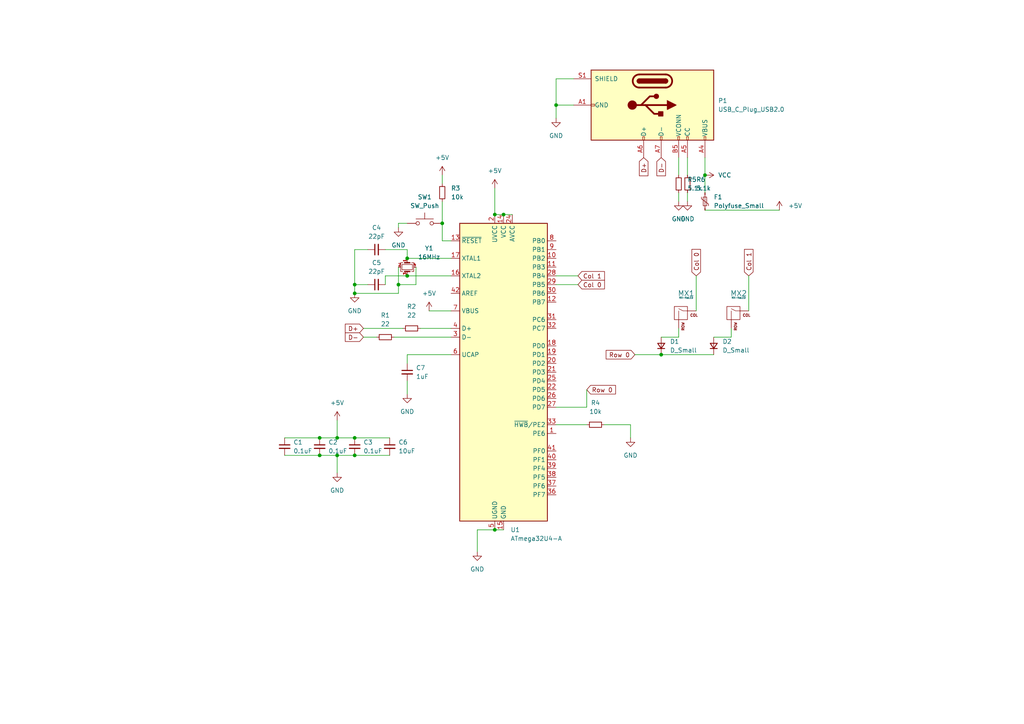
<source format=kicad_sch>
(kicad_sch (version 20211123) (generator eeschema)
  (paper "A4")
  (lib_symbols
    (symbol "Connector:USB_C_Plug_USB2.0" (pin_names (offset 1.016))
      (property "Reference" "P" (at -10.16 19.05 0))
      (property "Value" "USB_C_Plug_USB2.0" (at 12.7 19.05 0))
      (symbol "USB_C_Plug_USB2.0_0_0"
        (rectangle (start -0.254 -17.78) (end 0.254 -16.764))
        (rectangle (start 10.16 -2.286) (end 9.144 -2.794))
        (rectangle (start 10.16 2.794) (end 9.144 2.286))
        (rectangle (start 10.16 7.874) (end 9.144 7.366))
        (rectangle (start 10.16 10.414) (end 9.144 9.906))
        (rectangle (start 10.16 15.494) (end 9.144 14.986))
      )
      (symbol "USB_C_Plug_USB2.0_0_1"
        (rectangle (start -10.16 17.78) (end 10.16 -17.78) (stroke (width 0.254)) (fill (type background)))
        (arc (start -8.89 -3.81) (mid -6.985 -5.715) (end -5.08 -3.81) (stroke (width 0.508)))
        (arc (start -7.62 -3.81) (mid -6.985 -4.445) (end -6.35 -3.81) (stroke (width 0.254)))
        (arc (start -7.62 -3.81) (mid -6.985 -4.445) (end -6.35 -3.81) (stroke (width 0.254)) (fill (type outline)))
        (rectangle (start -7.62 -3.81) (end -6.35 3.81) (stroke (width 0.254)) (fill (type outline)))
        (arc (start -6.35 3.81) (mid -6.985 4.445) (end -7.62 3.81) (stroke (width 0.254)))
        (arc (start -6.35 3.81) (mid -6.985 4.445) (end -7.62 3.81) (stroke (width 0.254)) (fill (type outline)))
        (arc (start -5.08 3.81) (mid -6.985 5.715) (end -8.89 3.81) (stroke (width 0.508)))
        (circle (center -2.54 1.143) (radius 0.635) (stroke (width 0.254)) (fill (type outline)))
        (circle (center 0 -5.842) (radius 1.27) (fill (type outline)))
        (polyline (pts (xy -8.89 -3.81) (xy -8.89 3.81)) (stroke (width 0.508)))
        (polyline (pts (xy -5.08 3.81) (xy -5.08 -3.81)) (stroke (width 0.508)))
        (polyline (pts (xy 0 -5.842) (xy 0 4.318)) (stroke (width 0.508)))
        (polyline (pts (xy 0 -3.302) (xy -2.54 -0.762) (xy -2.54 0.508)) (stroke (width 0.508)))
        (polyline (pts (xy 0 -2.032) (xy 2.54 0.508) (xy 2.54 1.778)) (stroke (width 0.508)))
        (polyline (pts (xy -1.27 4.318) (xy 0 6.858) (xy 1.27 4.318) (xy -1.27 4.318)) (stroke (width 0.254)) (fill (type outline)))
        (rectangle (start 1.905 1.778) (end 3.175 3.048) (stroke (width 0.254)) (fill (type outline)))
      )
      (symbol "USB_C_Plug_USB2.0_1_1"
        (pin passive line (at 0 -22.86 90) (length 5.08) (name "GND") (number "A1"))
        (pin passive line (at 0 -22.86 90) (length 5.08) hide (name "GND") (number "A12"))
        (pin passive line (at 15.24 15.24 180) (length 5.08) (name "VBUS") (number "A4"))
        (pin bidirectional line (at 15.24 10.16 180) (length 5.08) (name "CC") (number "A5"))
        (pin bidirectional line (at 15.24 -2.54 180) (length 5.08) (name "D+") (number "A6"))
        (pin bidirectional line (at 15.24 2.54 180) (length 5.08) (name "D-") (number "A7"))
        (pin passive line (at 15.24 15.24 180) (length 5.08) hide (name "VBUS") (number "A9"))
        (pin passive line (at 0 -22.86 90) (length 5.08) hide (name "GND") (number "B1"))
        (pin passive line (at 0 -22.86 90) (length 5.08) hide (name "GND") (number "B12"))
        (pin passive line (at 15.24 15.24 180) (length 5.08) hide (name "VBUS") (number "B4"))
        (pin bidirectional line (at 15.24 7.62 180) (length 5.08) (name "VCONN") (number "B5"))
        (pin passive line (at 15.24 15.24 180) (length 5.08) hide (name "VBUS") (number "B9"))
        (pin passive line (at -7.62 -22.86 90) (length 5.08) (name "SHIELD") (number "S1"))
      )
    )
    (symbol "Device:C_Small" (pin_numbers hide) (pin_names (offset 0.254) hide)
      (property "Reference" "C" (at 0.254 1.778 0))
      (property "Value" "C_Small" (at 0.254 -2.032 0))
      (symbol "C_Small_0_1"
        (polyline (pts (xy -1.524 -0.508) (xy 1.524 -0.508)) (stroke (width 0.3302)))
        (polyline (pts (xy -1.524 0.508) (xy 1.524 0.508)) (stroke (width 0.3048)))
      )
      (symbol "C_Small_1_1"
        (pin passive line (at 0 2.54 270) (length 2.032) (name "~") (number "1"))
        (pin passive line (at 0 -2.54 90) (length 2.032) (name "~") (number "2"))
      )
    )
    (symbol "Device:Crystal_GND24_Small" (pin_names (offset 1.016) hide)
      (property "Reference" "Y" (at 1.27 4.445 0))
      (property "Value" "Crystal_GND24_Small" (at 1.27 2.54 0))
      (symbol "Crystal_GND24_Small_0_1"
        (rectangle (start -0.762 -1.524) (end 0.762 1.524))
        (polyline (pts (xy -1.27 -0.762) (xy -1.27 0.762)) (stroke (width 0.381)))
        (polyline (pts (xy 1.27 -0.762) (xy 1.27 0.762)) (stroke (width 0.381)))
        (polyline (pts (xy -1.27 -1.27) (xy -1.27 -1.905) (xy 1.27 -1.905) (xy 1.27 -1.27)))
        (polyline (pts (xy -1.27 1.27) (xy -1.27 1.905) (xy 1.27 1.905) (xy 1.27 1.27)))
      )
      (symbol "Crystal_GND24_Small_1_1"
        (pin passive line (at -2.54 0 0) (length 1.27) (name "1") (number "1"))
        (pin passive line (at 0 -2.54 90) (length 0.635) (name "2") (number "2"))
        (pin passive line (at 2.54 0 180) (length 1.27) (name "3") (number "3"))
        (pin passive line (at 0 2.54 270) (length 0.635) (name "4") (number "4"))
      )
    )
    (symbol "Device:D_Small" (pin_numbers hide) (pin_names (offset 0.254) hide)
      (property "Reference" "D" (at -1.27 2.032 0))
      (property "Value" "D_Small" (at -3.81 -2.032 0))
      (symbol "D_Small_0_1"
        (polyline (pts (xy -0.762 -1.016) (xy -0.762 1.016)) (stroke (width 0.254)))
        (polyline (pts (xy -0.762 0) (xy 0.762 0)))
        (polyline (pts (xy 0.762 -1.016) (xy -0.762 0) (xy 0.762 1.016) (xy 0.762 -1.016)) (stroke (width 0.254)))
      )
      (symbol "D_Small_1_1"
        (pin passive line (at -2.54 0 0) (length 1.778) (name "K") (number "1"))
        (pin passive line (at 2.54 0 180) (length 1.778) (name "A") (number "2"))
      )
    )
    (symbol "Device:Polyfuse_Small" (pin_numbers hide) (pin_names (offset 0))
      (property "Reference" "F" (at -1.905 0 90))
      (property "Value" "Polyfuse_Small" (at 1.905 0 90))
      (symbol "Polyfuse_Small_0_1"
        (rectangle (start -0.508 1.27) (end 0.508 -1.27))
        (polyline (pts (xy 0 2.54) (xy 0 -2.54)))
        (polyline (pts (xy -1.016 1.27) (xy -1.016 0.762) (xy 1.016 -0.762) (xy 1.016 -1.27)))
      )
      (symbol "Polyfuse_Small_1_1"
        (pin passive line (at 0 2.54 270) (length 0.635) (name "~") (number "1"))
        (pin passive line (at 0 -2.54 90) (length 0.635) (name "~") (number "2"))
      )
    )
    (symbol "Device:R_Small" (pin_numbers hide) (pin_names (offset 0.254) hide)
      (property "Reference" "R" (at 0.762 0.508 0))
      (property "Value" "R_Small" (at 0.762 -1.016 0))
      (symbol "R_Small_0_1"
        (rectangle (start -0.762 1.778) (end 0.762 -1.778) (stroke (width 0.2032)))
      )
      (symbol "R_Small_1_1"
        (pin passive line (at 0 2.54 270) (length 0.762) (name "~") (number "1"))
        (pin passive line (at 0 -2.54 90) (length 0.762) (name "~") (number "2"))
      )
    )
    (symbol "MCU_Microchip_ATmega:ATmega32U4-A"
      (property "Reference" "U" (at -12.7 44.45 0))
      (property "Value" "ATmega32U4-A" (at 2.54 -44.45 0))
      (symbol "ATmega32U4-A_0_1"
        (rectangle (start -12.7 -43.18) (end 12.7 43.18) (stroke (width 0.254)) (fill (type background)))
      )
      (symbol "ATmega32U4-A_1_1"
        (pin bidirectional line (at 15.24 -17.78 180) (length 2.54) (name "PE6") (number "1"))
        (pin bidirectional line (at 15.24 33.02 180) (length 2.54) (name "PB2") (number "10"))
        (pin bidirectional line (at 15.24 30.48 180) (length 2.54) (name "PB3") (number "11"))
        (pin bidirectional line (at 15.24 20.32 180) (length 2.54) (name "PB7") (number "12"))
        (pin input line (at -15.24 38.1 0) (length 2.54) (name "~{RESET}") (number "13"))
        (pin power_in line (at 0 45.72 270) (length 2.54) (name "VCC") (number "14"))
        (pin power_in line (at 0 -45.72 90) (length 2.54) (name "GND") (number "15"))
        (pin output line (at -15.24 27.94 0) (length 2.54) (name "XTAL2") (number "16"))
        (pin input line (at -15.24 33.02 0) (length 2.54) (name "XTAL1") (number "17"))
        (pin bidirectional line (at 15.24 7.62 180) (length 2.54) (name "PD0") (number "18"))
        (pin bidirectional line (at 15.24 5.08 180) (length 2.54) (name "PD1") (number "19"))
        (pin power_in line (at -2.54 45.72 270) (length 2.54) (name "UVCC") (number "2"))
        (pin bidirectional line (at 15.24 2.54 180) (length 2.54) (name "PD2") (number "20"))
        (pin bidirectional line (at 15.24 0 180) (length 2.54) (name "PD3") (number "21"))
        (pin bidirectional line (at 15.24 -5.08 180) (length 2.54) (name "PD5") (number "22"))
        (pin passive line (at 0 -45.72 90) (length 2.54) hide (name "GND") (number "23"))
        (pin power_in line (at 2.54 45.72 270) (length 2.54) (name "AVCC") (number "24"))
        (pin bidirectional line (at 15.24 -2.54 180) (length 2.54) (name "PD4") (number "25"))
        (pin bidirectional line (at 15.24 -7.62 180) (length 2.54) (name "PD6") (number "26"))
        (pin bidirectional line (at 15.24 -10.16 180) (length 2.54) (name "PD7") (number "27"))
        (pin bidirectional line (at 15.24 27.94 180) (length 2.54) (name "PB4") (number "28"))
        (pin bidirectional line (at 15.24 25.4 180) (length 2.54) (name "PB5") (number "29"))
        (pin bidirectional line (at -15.24 10.16 0) (length 2.54) (name "D-") (number "3"))
        (pin bidirectional line (at 15.24 22.86 180) (length 2.54) (name "PB6") (number "30"))
        (pin bidirectional line (at 15.24 15.24 180) (length 2.54) (name "PC6") (number "31"))
        (pin bidirectional line (at 15.24 12.7 180) (length 2.54) (name "PC7") (number "32"))
        (pin bidirectional line (at 15.24 -15.24 180) (length 2.54) (name "~{HWB}/PE2") (number "33"))
        (pin passive line (at 0 45.72 270) (length 2.54) hide (name "VCC") (number "34"))
        (pin passive line (at 0 -45.72 90) (length 2.54) hide (name "GND") (number "35"))
        (pin bidirectional line (at 15.24 -35.56 180) (length 2.54) (name "PF7") (number "36"))
        (pin bidirectional line (at 15.24 -33.02 180) (length 2.54) (name "PF6") (number "37"))
        (pin bidirectional line (at 15.24 -30.48 180) (length 2.54) (name "PF5") (number "38"))
        (pin bidirectional line (at 15.24 -27.94 180) (length 2.54) (name "PF4") (number "39"))
        (pin bidirectional line (at -15.24 12.7 0) (length 2.54) (name "D+") (number "4"))
        (pin bidirectional line (at 15.24 -25.4 180) (length 2.54) (name "PF1") (number "40"))
        (pin bidirectional line (at 15.24 -22.86 180) (length 2.54) (name "PF0") (number "41"))
        (pin passive line (at -15.24 22.86 0) (length 2.54) (name "AREF") (number "42"))
        (pin passive line (at 0 -45.72 90) (length 2.54) hide (name "GND") (number "43"))
        (pin passive line (at 2.54 45.72 270) (length 2.54) hide (name "AVCC") (number "44"))
        (pin passive line (at -2.54 -45.72 90) (length 2.54) (name "UGND") (number "5"))
        (pin passive line (at -15.24 5.08 0) (length 2.54) (name "UCAP") (number "6"))
        (pin input line (at -15.24 17.78 0) (length 2.54) (name "VBUS") (number "7"))
        (pin bidirectional line (at 15.24 38.1 180) (length 2.54) (name "PB0") (number "8"))
        (pin bidirectional line (at 15.24 35.56 180) (length 2.54) (name "PB1") (number "9"))
      )
    )
    (symbol "MX_Alps_Hybrid:MX-NoLED" (pin_names (offset 1.016))
      (property "Reference" "MX" (at -0.635 3.81 0))
      (property "Value" "MX-NoLED" (at -0.635 1.27 0))
      (symbol "MX-NoLED_0_0"
        (rectangle (start -2.54 2.54) (end 1.27 -1.27))
        (polyline (pts (xy -1.27 -1.27) (xy -1.27 1.27)) (stroke (width 0.127)))
        (polyline (pts (xy 1.27 1.27) (xy 0 1.27) (xy -1.27 1.905)) (stroke (width 0.127)))
        (text "COL" (at 3.175 0 0) (effects (font (size 0.762 0.762))))
        (text "ROW" (at 0 -1.905 900) (effects (font (size 0.762 0.762)) (justify right)))
      )
      (symbol "MX-NoLED_1_1"
        (pin passive line (at 3.81 1.27 180) (length 2.54) (name "COL") (number "1"))
        (pin passive line (at -1.27 -3.81 90) (length 2.54) (name "ROW") (number "2"))
      )
    )
    (symbol "Switch:SW_Push" (pin_numbers hide) (pin_names (offset 1.016) hide)
      (property "Reference" "SW" (at 1.27 2.54 0))
      (property "Value" "SW_Push" (at 0 -1.524 0))
      (symbol "SW_Push_0_1"
        (circle (center -2.032 0) (radius 0.508))
        (polyline (pts (xy 0 1.27) (xy 0 3.048)))
        (polyline (pts (xy 2.54 1.27) (xy -2.54 1.27)))
        (circle (center 2.032 0) (radius 0.508))
        (pin passive line (at -5.08 0 0) (length 2.54) (name "1") (number "1"))
        (pin passive line (at 5.08 0 180) (length 2.54) (name "2") (number "2"))
      )
    )
    (symbol "power:+5V" (power) (pin_names (offset 0))
      (property "Value" "+5V" (at 0 3.556 0))
      (symbol "+5V_0_1"
        (polyline (pts (xy -0.762 1.27) (xy 0 2.54)))
        (polyline (pts (xy 0 0) (xy 0 2.54)))
        (polyline (pts (xy 0 2.54) (xy 0.762 1.27)))
      )
      (symbol "+5V_1_1"
        (pin power_in line (at 0 0 90) (length 0) hide (name "+5V") (number "1"))
      )
    )
    (symbol "power:GND" (power) (pin_names (offset 0))
      (property "Value" "GND" (at 0 -3.81 0))
      (symbol "GND_0_1"
        (polyline (pts (xy 0 0) (xy 0 -1.27) (xy 1.27 -1.27) (xy 0 -2.54) (xy -1.27 -1.27) (xy 0 -1.27)))
      )
      (symbol "GND_1_1"
        (pin power_in line (at 0 0 270) (length 0) hide (name "GND") (number "1"))
      )
    )
    (symbol "power:VCC" (power) (pin_names (offset 0))
      (property "Value" "VCC" (at 0 3.81 0))
      (symbol "VCC_0_1"
        (polyline (pts (xy -0.762 1.27) (xy 0 2.54)))
        (polyline (pts (xy 0 0) (xy 0 2.54)))
        (polyline (pts (xy 0 2.54) (xy 0.762 1.27)))
      )
      (symbol "VCC_1_1"
        (pin power_in line (at 0 0 90) (length 0) hide (name "VCC") (number "1"))
      )
    )
  )
  (junction (at 118.11 80.01))
  (junction (at 92.71 127))
  (junction (at 128.27 64.77))
  (junction (at 102.87 85.09))
  (junction (at 92.71 132.08))
  (junction (at 143.51 62.23))
  (junction (at 191.77 102.87))
  (junction (at 115.57 82.55))
  (junction (at 204.47 50.8))
  (junction (at 102.87 132.08))
  (junction (at 161.29 30.48))
  (junction (at 97.79 132.08))
  (junction (at 118.11 74.93))
  (junction (at 102.87 127))
  (junction (at 97.79 127))
  (junction (at 143.51 153.67))
  (junction (at 146.05 62.23))
  (junction (at 102.87 82.55))
  (wire (pts (xy 97.79 121.92) (xy 97.79 127)))
  (wire (pts (xy 115.57 85.09) (xy 115.57 82.55)))
  (wire (pts (xy 115.57 66.04) (xy 115.57 64.77)))
  (wire (pts (xy 118.11 74.93) (xy 118.11 72.39)))
  (wire (pts (xy 184.15 102.87) (xy 191.77 102.87)))
  (wire (pts (xy 121.92 95.25) (xy 130.81 95.25)))
  (wire (pts (xy 97.79 132.08) (xy 97.79 137.16)))
  (wire (pts (xy 130.81 102.87) (xy 118.11 102.87)))
  (wire (pts (xy 128.27 69.85) (xy 128.27 64.77)))
  (wire (pts (xy 97.79 132.08) (xy 102.87 132.08)))
  (wire (pts (xy 97.79 127) (xy 102.87 127)))
  (wire (pts (xy 207.01 97.79) (xy 212.09 97.79)))
  (wire (pts (xy 111.76 80.01) (xy 118.11 80.01)))
  (wire (pts (xy 111.76 82.55) (xy 111.76 80.01)))
  (wire (pts (xy 191.77 97.79) (xy 196.85 97.79)))
  (wire (pts (xy 204.47 60.96) (xy 226.06 60.96)))
  (wire (pts (xy 166.37 22.86) (xy 161.29 22.86)))
  (wire (pts (xy 102.87 82.55) (xy 102.87 85.09)))
  (wire (pts (xy 196.85 55.88) (xy 196.85 58.42)))
  (wire (pts (xy 143.51 62.23) (xy 146.05 62.23)))
  (wire (pts (xy 204.47 50.8) (xy 204.47 55.88)))
  (wire (pts (xy 199.39 55.88) (xy 199.39 58.42)))
  (wire (pts (xy 170.18 113.03) (xy 170.18 118.11)))
  (wire (pts (xy 143.51 153.67) (xy 138.43 153.67)))
  (wire (pts (xy 161.29 82.55) (xy 167.64 82.55)))
  (wire (pts (xy 105.41 95.25) (xy 116.84 95.25)))
  (wire (pts (xy 217.17 80.01) (xy 217.17 90.17)))
  (wire (pts (xy 138.43 153.67) (xy 138.43 160.02)))
  (wire (pts (xy 118.11 72.39) (xy 111.76 72.39)))
  (wire (pts (xy 102.87 132.08) (xy 113.03 132.08)))
  (wire (pts (xy 161.29 34.29) (xy 161.29 30.48)))
  (wire (pts (xy 143.51 153.67) (xy 146.05 153.67)))
  (wire (pts (xy 212.09 97.79) (xy 212.09 95.25)))
  (wire (pts (xy 161.29 123.19) (xy 170.18 123.19)))
  (wire (pts (xy 161.29 80.01) (xy 167.64 80.01)))
  (wire (pts (xy 105.41 97.79) (xy 109.22 97.79)))
  (wire (pts (xy 118.11 102.87) (xy 118.11 105.41)))
  (wire (pts (xy 143.51 54.61) (xy 143.51 62.23)))
  (wire (pts (xy 196.85 97.79) (xy 196.85 95.25)))
  (wire (pts (xy 128.27 58.42) (xy 128.27 64.77)))
  (wire (pts (xy 118.11 74.93) (xy 130.81 74.93)))
  (wire (pts (xy 118.11 80.01) (xy 130.81 80.01)))
  (wire (pts (xy 106.68 72.39) (xy 102.87 72.39)))
  (wire (pts (xy 130.81 69.85) (xy 128.27 69.85)))
  (wire (pts (xy 196.85 45.72) (xy 196.85 50.8)))
  (wire (pts (xy 92.71 127) (xy 97.79 127)))
  (wire (pts (xy 102.87 127) (xy 113.03 127)))
  (wire (pts (xy 82.55 127) (xy 92.71 127)))
  (wire (pts (xy 170.18 118.11) (xy 161.29 118.11)))
  (wire (pts (xy 114.3 97.79) (xy 130.81 97.79)))
  (wire (pts (xy 102.87 85.09) (xy 115.57 85.09)))
  (wire (pts (xy 128.27 50.8) (xy 128.27 53.34)))
  (wire (pts (xy 161.29 22.86) (xy 161.29 30.48)))
  (wire (pts (xy 115.57 64.77) (xy 118.11 64.77)))
  (wire (pts (xy 120.65 77.47) (xy 120.65 82.55)))
  (wire (pts (xy 102.87 82.55) (xy 106.68 82.55)))
  (wire (pts (xy 118.11 110.49) (xy 118.11 114.3)))
  (wire (pts (xy 191.77 102.87) (xy 207.01 102.87)))
  (wire (pts (xy 124.46 90.17) (xy 130.81 90.17)))
  (wire (pts (xy 146.05 62.23) (xy 148.59 62.23)))
  (wire (pts (xy 82.55 132.08) (xy 92.71 132.08)))
  (wire (pts (xy 199.39 45.72) (xy 199.39 50.8)))
  (wire (pts (xy 115.57 82.55) (xy 115.57 77.47)))
  (wire (pts (xy 204.47 45.72) (xy 204.47 50.8)))
  (wire (pts (xy 102.87 72.39) (xy 102.87 82.55)))
  (wire (pts (xy 92.71 132.08) (xy 97.79 132.08)))
  (wire (pts (xy 161.29 30.48) (xy 166.37 30.48)))
  (wire (pts (xy 182.88 123.19) (xy 182.88 127)))
  (wire (pts (xy 120.65 82.55) (xy 115.57 82.55)))
  (wire (pts (xy 175.26 123.19) (xy 182.88 123.19)))
  (wire (pts (xy 201.93 80.01) (xy 201.93 90.17)))
  (global_label "D+" (shape input) (at 186.69 45.72 270) (property "Intersheet References" "${INTERSHEET_REFS}" (effects hide)))
  (global_label "D-" (shape input) (at 191.77 45.72 270) (property "Intersheet References" "${INTERSHEET_REFS}" (effects hide)))
  (global_label "Col 1" (shape input) (at 217.17 80.01 90) (property "Intersheet References" "${INTERSHEET_REFS}" (effects hide)))
  (global_label "Col 0" (shape input) (at 167.64 82.55 0) (property "Intersheet References" "${INTERSHEET_REFS}" (effects hide)))
  (global_label "D+" (shape input) (at 105.41 95.25 180) (property "Intersheet References" "${INTERSHEET_REFS}" (effects hide)))
  (global_label "Col 0" (shape input) (at 201.93 80.01 90) (property "Intersheet References" "${INTERSHEET_REFS}" (effects hide)))
  (global_label "Col 1" (shape input) (at 167.64 80.01 0) (property "Intersheet References" "${INTERSHEET_REFS}" (effects hide)))
  (global_label "Row 0" (shape input) (at 170.18 113.03 0) (property "Intersheet References" "${INTERSHEET_REFS}" (effects hide)))
  (global_label "D-" (shape input) (at 105.41 97.79 180) (property "Intersheet References" "${INTERSHEET_REFS}" (effects hide)))
  (global_label "Row 0" (shape input) (at 184.15 102.87 180) (property "Intersheet References" "${INTERSHEET_REFS}" (effects hide)))
  (symbol (lib_id "power:+5V") (at 226.06 60.96 0) (unit 1)
    (property "Reference" "#PWR0113" (effects hide))
    (property "Value" "+5V" (at 228.6 59.6899 0) (effects (justify left)))
  )
  (symbol (lib_id "Device:R_Small") (at 111.76 97.79 90) (unit 1)
    (property "Reference" "R1" (at 111.76 91.44 90))
    (property "Value" "22" (at 111.76 93.98 90))
    (property "Footprint" "Resistor_SMD:R_0805_2012Metric" (effects hide))
  )
  (symbol (lib_id "Device:C_Small") (at 109.22 72.39 90) (unit 1)
    (property "Reference" "C4" (at 109.2263 66.04 90))
    (property "Value" "22pF" (at 109.2263 68.58 90))
    (property "Footprint" "Capacitor_SMD:C_0805_2012Metric" (effects hide))
  )
  (symbol (lib_id "Device:C_Small") (at 102.87 129.54 0) (unit 1)
    (property "Reference" "C3" (at 105.41 128.2762 0) (effects (justify left)))
    (property "Value" "0.1uF" (at 105.41 130.8162 0) (effects (justify left)))
    (property "Footprint" "Capacitor_SMD:C_0805_2012Metric" (effects hide))
  )
  (symbol (lib_id "MCU_Microchip_ATmega:ATmega32U4-A") (at 146.05 107.95 0) (unit 1)
    (property "Reference" "U1" (at 148.0694 153.67 0) (effects (justify left)))
    (property "Value" "ATmega32U4-A" (at 148.0694 156.21 0) (effects (justify left)))
    (property "Footprint" "Package_QFP:TQFP-44_10x10mm_P0.8mm" (effects hide))
    (property "Datasheet" "http://ww1.microchip.com/downloads/en/DeviceDoc/Atmel-7766-8-bit-AVR-ATmega16U4-32U4_Datasheet.pdf" (effects hide))
  )
  (symbol (lib_id "Device:R_Small") (at 128.27 55.88 0) (unit 1)
    (property "Reference" "R3" (at 130.81 54.6099 0) (effects (justify left)))
    (property "Value" "10k" (at 130.81 57.1499 0) (effects (justify left)))
    (property "Footprint" "Resistor_SMD:R_0805_2012Metric" (effects hide))
  )
  (symbol (lib_id "power:+5V") (at 124.46 90.17 0) (unit 1)
    (property "Reference" "#PWR0108" (effects hide))
    (property "Value" "+5V" (at 124.46 85.09 0))
  )
  (symbol (lib_id "Device:R_Small") (at 199.39 53.34 0) (unit 1)
    (property "Reference" "R6" (at 201.93 52.0699 0) (effects (justify left)))
    (property "Value" "5.1k" (at 201.93 54.6099 0) (effects (justify left)))
    (property "Footprint" "Resistor_SMD:R_0805_2012Metric" (effects hide))
  )
  (symbol (lib_id "Device:Polyfuse_Small") (at 204.47 58.42 0) (unit 1)
    (property "Reference" "F1" (at 207.01 57.1499 0) (effects (justify left)))
    (property "Value" "Polyfuse_Small" (at 207.01 59.6899 0) (effects (justify left)))
    (property "Footprint" "Fuse:Fuse_1206_3216Metric" (effects hide))
  )
  (symbol (lib_id "power:+5V") (at 128.27 50.8 0) (unit 1)
    (property "Reference" "#PWR0102" (effects hide))
    (property "Value" "+5V" (at 128.27 45.72 0))
  )
  (symbol (lib_id "Switch:SW_Push") (at 123.19 64.77 0) (unit 1)
    (property "Reference" "SW1" (at 123.19 57.15 0))
    (property "Value" "SW_Push" (at 123.19 59.69 0))
    (property "Footprint" "random-keyboard-parts:SKQG-1155865" (effects hide))
  )
  (symbol (lib_id "Device:C_Small") (at 113.03 129.54 0) (unit 1)
    (property "Reference" "C6" (at 115.57 128.2762 0) (effects (justify left)))
    (property "Value" "10uF" (at 115.57 130.8162 0) (effects (justify left)))
    (property "Footprint" "Capacitor_SMD:C_0805_2012Metric" (effects hide))
  )
  (symbol (lib_id "power:GND") (at 118.11 114.3 0) (unit 1)
    (property "Reference" "#PWR0106" (effects hide))
    (property "Value" "GND" (at 118.11 119.38 0))
  )
  (symbol (lib_id "power:+5V") (at 143.51 54.61 0) (unit 1)
    (property "Reference" "#PWR0110" (effects hide))
    (property "Value" "+5V" (at 143.51 49.53 0))
  )
  (symbol (lib_id "power:GND") (at 199.39 58.42 0) (unit 1)
    (property "Reference" "#PWR0115" (effects hide))
    (property "Value" "GND" (at 199.39 63.5 0))
  )
  (symbol (lib_id "MX_Alps_Hybrid:MX-NoLED") (at 198.12 91.44 0) (unit 1)
    (property "Reference" "MX1" (at 199.0056 85.09 0) (effects (font (size 1.524 1.524))))
    (property "Value" "MX-NoLED" (at 199.0056 86.36 0) (effects (font (size 0.508 0.508))))
    (property "Footprint" "MX_Only:MXOnly-1U-NoLED" (effects hide))
  )
  (symbol (lib_id "power:GND") (at 97.79 137.16 0) (unit 1)
    (property "Reference" "#PWR0105" (effects hide))
    (property "Value" "GND" (at 97.79 142.24 0))
  )
  (symbol (lib_id "Device:R_Small") (at 196.85 53.34 0) (unit 1)
    (property "Reference" "R5" (at 199.39 52.0699 0) (effects (justify left)))
    (property "Value" "5.1k" (at 199.39 54.6099 0) (effects (justify left)))
    (property "Footprint" "Resistor_SMD:R_0805_2012Metric" (effects hide))
  )
  (symbol (lib_id "power:VCC") (at 204.47 50.8 270) (unit 1)
    (property "Reference" "#PWR0112" (effects hide))
    (property "Value" "VCC" (at 208.28 50.7999 90) (effects (justify left)))
  )
  (symbol (lib_id "Device:D_Small") (at 191.77 100.33 90) (unit 1)
    (property "Reference" "D1" (at 194.31 99.0599 90) (effects (justify right)))
    (property "Value" "D_Small" (at 194.31 101.5999 90) (effects (justify right)))
    (property "Footprint" "Diode_SMD:D_SOD-123" (effects hide))
  )
  (symbol (lib_id "power:GND") (at 196.85 58.42 0) (unit 1)
    (property "Reference" "#PWR0114" (effects hide))
    (property "Value" "GND" (at 196.85 63.5 0))
  )
  (symbol (lib_id "Device:C_Small") (at 109.22 82.55 90) (unit 1)
    (property "Reference" "C5" (at 109.2263 76.2 90))
    (property "Value" "22pF" (at 109.2263 78.74 90))
    (property "Footprint" "Capacitor_SMD:C_0805_2012Metric" (effects hide))
  )
  (symbol (lib_id "power:GND") (at 115.57 66.04 0) (unit 1)
    (property "Reference" "#PWR0101" (effects hide))
    (property "Value" "GND" (at 115.57 71.12 0))
  )
  (symbol (lib_id "power:GND") (at 138.43 160.02 0) (unit 1)
    (property "Reference" "#PWR0103" (effects hide))
    (property "Value" "GND" (at 138.43 165.1 0))
  )
  (symbol (lib_id "Device:R_Small") (at 119.38 95.25 270) (unit 1)
    (property "Reference" "R2" (at 119.38 88.9 90))
    (property "Value" "22" (at 119.38 91.44 90))
    (property "Footprint" "Resistor_SMD:R_0805_2012Metric" (effects hide))
  )
  (symbol (lib_id "Device:C_Small") (at 118.11 107.95 0) (unit 1)
    (property "Reference" "C7" (at 120.65 106.6862 0) (effects (justify left)))
    (property "Value" "1uF" (at 120.65 109.2262 0) (effects (justify left)))
    (property "Footprint" "Capacitor_SMD:C_0805_2012Metric" (effects hide))
  )
  (symbol (lib_id "Device:R_Small") (at 172.72 123.19 90) (unit 1)
    (property "Reference" "R4" (at 172.72 116.84 90))
    (property "Value" "10k" (at 172.72 119.38 90))
    (property "Footprint" "Resistor_SMD:R_0805_2012Metric" (effects hide))
  )
  (symbol (lib_id "Device:D_Small") (at 207.01 100.33 90) (unit 1)
    (property "Reference" "D2" (at 209.55 99.0599 90) (effects (justify right)))
    (property "Value" "D_Small" (at 209.55 101.5999 90) (effects (justify right)))
    (property "Footprint" "Diode_SMD:D_SOD-123" (effects hide))
  )
  (symbol (lib_id "Device:C_Small") (at 82.55 129.54 0) (unit 1)
    (property "Reference" "C1" (at 85.09 128.2762 0) (effects (justify left)))
    (property "Value" "0.1uF" (at 85.09 130.8162 0) (effects (justify left)))
    (property "Footprint" "Capacitor_SMD:C_0805_2012Metric" (effects hide))
  )
  (symbol (lib_id "power:+5V") (at 97.79 121.92 0) (unit 1)
    (property "Reference" "#PWR0107" (effects hide))
    (property "Value" "+5V" (at 97.79 116.84 0))
  )
  (symbol (lib_id "MX_Alps_Hybrid:MX-NoLED") (at 213.36 91.44 0) (unit 1)
    (property "Reference" "MX2" (at 214.2456 85.09 0) (effects (font (size 1.524 1.524))))
    (property "Value" "MX-NoLED" (at 214.2456 86.36 0) (effects (font (size 0.508 0.508))))
    (property "Footprint" "MX_Only:MXOnly-1U-NoLED" (effects hide))
  )
  (symbol (lib_id "power:GND") (at 102.87 85.09 0) (unit 1)
    (property "Reference" "#PWR0109" (effects hide))
    (property "Value" "GND" (at 102.87 90.17 0))
  )
  (symbol (lib_id "Device:C_Small") (at 92.71 129.54 0) (unit 1)
    (property "Reference" "C2" (at 95.25 128.2762 0) (effects (justify left)))
    (property "Value" "0.1uF" (at 95.25 130.8162 0) (effects (justify left)))
    (property "Footprint" "Capacitor_SMD:C_0805_2012Metric" (effects hide))
  )
  (symbol (lib_id "power:GND") (at 161.29 34.29 0) (unit 1)
    (property "Reference" "#PWR0111" (effects hide))
    (property "Value" "GND" (at 161.29 39.37 0))
  )
  (symbol (lib_id "Connector:USB_C_Plug_USB2.0") (at 189.23 30.48 270) (unit 1)
    (property "Reference" "P1" (at 208.28 29.2099 90) (effects (justify left)))
    (property "Value" "USB_C_Plug_USB2.0" (at 208.28 31.7499 90) (effects (justify left)))
    (property "Footprint" "Connector_USB:USB_C_Receptacle_GCT_USB4085" (effects hide))
    (property "Datasheet" "https://www.usb.org/sites/default/files/documents/usb_type-c.zip" (effects hide))
  )
  (symbol (lib_id "Device:Crystal_GND24_Small") (at 118.11 77.47 270) (unit 1)
    (property "Reference" "Y1" (at 124.46 72.0088 90))
    (property "Value" "16MHz" (at 124.46 74.5488 90))
    (property "Footprint" "Crystal:Crystal_SMD_3225-4Pin_3.2x2.5mm" (effects hide))
  )
  (symbol (lib_id "power:GND") (at 182.88 127 0) (unit 1)
    (property "Reference" "#PWR0104" (effects hide))
    (property "Value" "GND" (at 182.88 132.08 0))
  )
)
</source>
